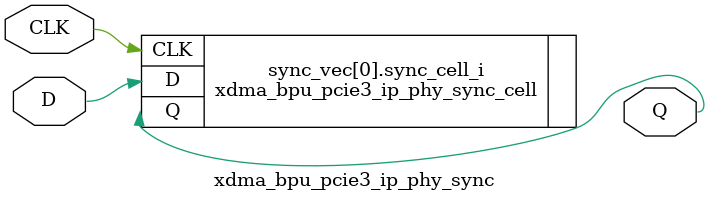
<source format=v>





`timescale 1ps / 1ps



//-------------------------------------------------------------------------------------------------
//  PHY Synchronizer Module
//-------------------------------------------------------------------------------------------------
module xdma_bpu_pcie3_ip_phy_sync #
(
    parameter integer WIDTH = 1, 
    parameter integer STAGE = 2
)
(
    //-------------------------------------------------------------------------- 
    //  Input Ports
    //-------------------------------------------------------------------------- 
    input                               CLK,
    input       [WIDTH-1:0]             D,
    
    //-------------------------------------------------------------------------- 
    //  Output Ports
    //-------------------------------------------------------------------------- 
    output      [WIDTH-1:0]             Q
);                                                        



//--------------------------------------------------------------------------------------------------
//  Generate Synchronizer - Begin
//--------------------------------------------------------------------------------------------------
genvar i;

generate for (i=0; i<WIDTH; i=i+1) 

    begin : sync_vec

    //----------------------------------------------------------------------
    //  Synchronizer
    //----------------------------------------------------------------------
xdma_bpu_pcie3_ip_phy_sync_cell #
    (
        .STAGE                            (STAGE)
    )    
    sync_cell_i
    (
        //------------------------------------------------------------------
        //  Input Ports
        //------------------------------------------------------------------
        .CLK                              (CLK),
        .D                                (D[i]),

        //------------------------------------------------------------------
        //  Output Ports
        //------------------------------------------------------------------
        .Q                                (Q[i])
    );
 
    end   
      
endgenerate 
//--------------------------------------------------------------------------------------------------
//  Generate - End
//--------------------------------------------------------------------------------------------------



endmodule





</source>
